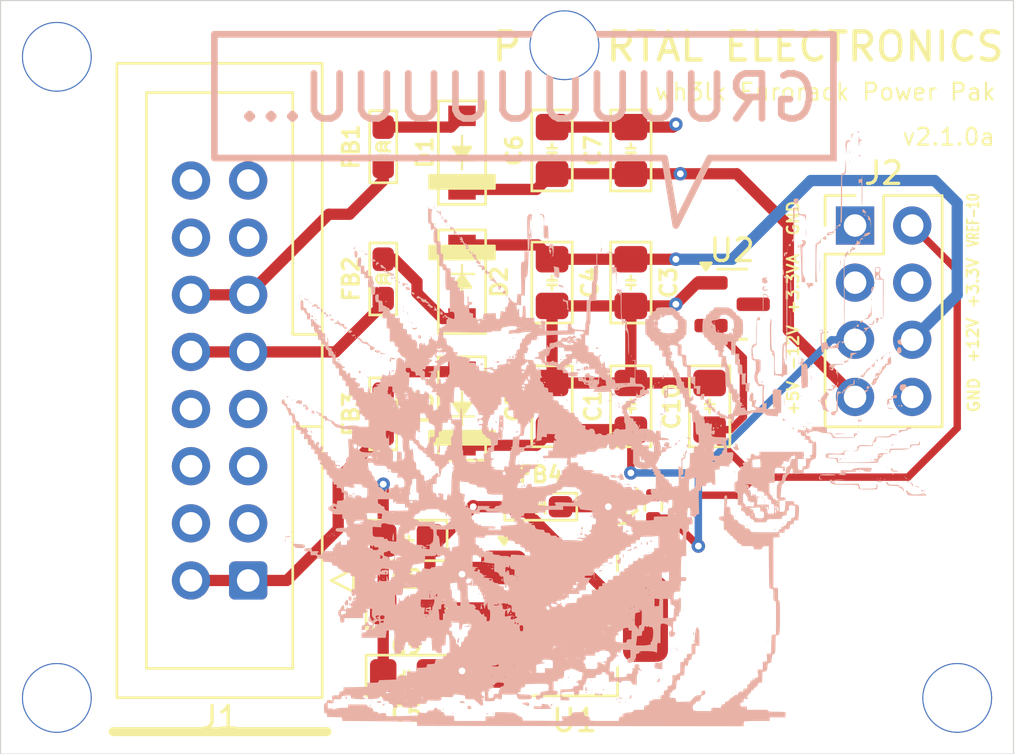
<source format=kicad_pcb>
(kicad_pcb (version 20240108) (generator "pcbnew") (generator_version "8.0")
  (title_block (title "wh3lk Eurorack Power Pak") (date "2024-09-09") (rev "v2.1.0a") (company "PORTAL ELECTRONICS"))
  (layers (0 "F.Cu" signal) (1 "In1.Cu" signal) (2 "In2.Cu" signal) (31 "B.Cu" signal) (34 "B.Paste" user) (35 "F.Paste" user) (36 "B.SilkS" user "B.Silkscreen") (37 "F.SilkS" user "F.Silkscreen") (38 "B.Mask" user) (39 "F.Mask" user) (44 "Edge.Cuts" user))
  (net 0 "")
  (net 1 "GND")
  (net 2 "-12V")
  (net 3 "+12V")
  (net 4 "+5V")
  (net 5 "+3.3V")
  (net 6 "VREF-10")
  (net 7 "Net-(D1-A)")
  (net 8 "Net-(D2-A)")
  (net 9 "Net-(D3-A)")
  (net 10 "RACK+5V")
  (net 11 "RACK+12V")
  (net 12 "RACK-12V")
  (net 13 "+3.3VA")
  (footprint "winterbloom:L_0603_HandSolder" (layer "F.Cu") (at 77 81)
    (property "Reference" "FB4" (at 0 -1.43 0) (layer "F.SilkS") (effects (font (size 0.7 0.7))))
    (property "Value" "600R@100MHz")
    (pad "1" smd roundrect (at -0.875 0) (size 1.05 0.95) (layers "F.Cu" "F.Paste" "F.Mask") (net 5 "+3.3V"))
    (pad "2" smd roundrect (at 0.875 0) (size 1.05 0.95) (layers "F.Cu" "F.Paste" "F.Mask") (net 13 "+3.3VA"))
  )
  (footprint "winterbloom:C_0805_HandSolder" (layer "F.Cu") (at 81 76.5375 90)
    (property "Reference" "C1" (at 0 -1.68 -90) (layer "F.SilkS") (effects (font (size 0.7 0.7))))
    (property "Value" "22uF")
    (pad "1" smd roundrect (at -1.0375 0 90) (size 1.175 1.45) (layers "F.Cu" "F.Paste" "F.Mask") (roundrect_rratio 0.212766) (net 2 "-12V"))
    (pad "2" smd roundrect (at 1.0375 0 90) (size 1.175 1.45) (layers "F.Cu" "F.Paste" "F.Mask") (roundrect_rratio 0.212766) (net 1 "GND"))
  )
  (footprint "Connector_IDC:IDC-Header_2x08_P2.54mm_Vertical" (layer "F.Cu") (at 64 84.28 180)
    (property "Reference" "J1" (at 1.27 -6.1 180) (layer "F.SilkS"))
    (property "Value" "Eurorack_Power")
    (pad "1" thru_hole roundrect (at 0 0 180) (size 1.7 1.7) (drill 1) (layers "*.Cu" "*.Mask") (roundrect_rratio 0.147059) (net 12 "RACK-12V"))
    (pad "2" thru_hole circle (at 2.54 0 180) (size 1.7 1.7) (drill 1) (layers "*.Cu" "*.Mask") (net 12 "RACK-12V"))
    (pad "3" thru_hole circle (at 0 2.54 180) (size 1.7 1.7) (drill 1) (layers "*.Cu" "*.Mask") (net 1 "GND"))
    (pad "4" thru_hole circle (at 2.54 2.54 180) (size 1.7 1.7) (drill 1) (layers "*.Cu" "*.Mask") (net 1 "GND"))
    (pad "5" thru_hole circle (at 0 5.08 180) (size 1.7 1.7) (drill 1) (layers "*.Cu" "*.Mask") (net 1 "GND"))
    (pad "6" thru_hole circle (at 2.54 5.08 180) (size 1.7 1.7) (drill 1) (layers "*.Cu" "*.Mask") (net 1 "GND"))
    (pad "7" thru_hole circle (at 0 7.62 180) (size 1.7 1.7) (drill 1) (layers "*.Cu" "*.Mask") (net 1 "GND"))
    (pad "8" thru_hole circle (at 2.54 7.62 180) (size 1.7 1.7) (drill 1) (layers "*.Cu" "*.Mask") (net 1 "GND"))
    (pad "9" thru_hole circle (at 0 10.16 180) (size 1.7 1.7) (drill 1) (layers "*.Cu" "*.Mask") (net 11 "RACK+12V"))
    (pad "10" thru_hole circle (at 2.54 10.16 180) (size 1.7 1.7) (drill 1) (layers "*.Cu" "*.Mask") (net 11 "RACK+12V"))
    (pad "11" thru_hole circle (at 0 12.7 180) (size 1.7 1.7) (drill 1) (layers "*.Cu" "*.Mask") (net 10 "RACK+5V"))
    (pad "12" thru_hole circle (at 2.54 12.7 180) (size 1.7 1.7) (drill 1) (layers "*.Cu" "*.Mask") (net 10 "RACK+5V"))
    (pad "13" thru_hole circle (at 0 15.24 180) (size 1.7 1.7) (drill 1) (layers "*.Cu" "*.Mask"))
    (pad "14" thru_hole circle (at 2.54 15.24 180) (size 1.7 1.7) (drill 1) (layers "*.Cu" "*.Mask"))
    (pad "15" thru_hole circle (at 0 17.78 180) (size 1.7 1.7) (drill 1) (layers "*.Cu" "*.Mask"))
    (pad "16" thru_hole circle (at 2.54 17.78 180) (size 1.7 1.7) (drill 1) (layers "*.Cu" "*.Mask"))
  )
  (footprint "winterbloom:D_SOD-123" (layer "F.Cu") (at 73.5 76.635 90)
    (property "Reference" "D3" (at 0.01 -1.65 -90) (layer "F.SilkS") (effects (font (size 0.7 0.7))))
    (property "Value" "30V")
    (pad "1" smd rect (at -1.635 0 90) (size 0.91 1.22) (layers "F.Cu" "F.Paste" "F.Mask") (net 2 "-12V"))
    (pad "2" smd rect (at 1.635 0 90) (size 0.91 1.22) (layers "F.Cu" "F.Paste" "F.Mask") (net 9 "Net-(D3-A)"))
  )
  (footprint "winterbloom:C_0805_HandSolder" (layer "F.Cu") (at 84.5 76.5375 90)
    (property "Reference" "C10" (at 0 -1.68 -90) (layer "F.SilkS") (effects (font (size 0.7 0.7))))
    (property "Value" "22uF")
    (pad "1" smd roundrect (at -1.0375 0 90) (size 1.175 1.45) (layers "F.Cu" "F.Paste" "F.Mask") (roundrect_rratio 0.212766) (net 6 "VREF-10"))
    (pad "2" smd roundrect (at 1.0375 0 90) (size 1.175 1.45) (layers "F.Cu" "F.Paste" "F.Mask") (roundrect_rratio 0.212766) (net 1 "GND"))
  )
  (footprint "winterbloom:C_0805_HandSolder" (layer "F.Cu") (at 77.5 71.0375 -90)
    (property "Reference" "C4" (at 0 -1.68 90) (layer "F.SilkS") (effects (font (size 0.7 0.7))))
    (property "Value" "22uF")
    (pad "1" smd roundrect (at -1.0375 0 270) (size 1.175 1.45) (layers "F.Cu" "F.Paste" "F.Mask") (roundrect_rratio 0.212766) (net 3 "+12V"))
    (pad "2" smd roundrect (at 1.0375 0 270) (size 1.175 1.45) (layers "F.Cu" "F.Paste" "F.Mask") (roundrect_rratio 0.212766) (net 1 "GND"))
  )
  (footprint "winterbloom:C_0805_HandSolder" (layer "F.Cu") (at 71.0375 85.5 180)
    (property "Reference" "C9" (at 0 -1.68 180) (layer "F.SilkS") (effects (font (size 0.7 0.7))))
    (property "Value" "22uF")
    (pad "1" smd roundrect (at -1.0375 0 180) (size 1.175 1.45) (layers "F.Cu" "F.Paste" "F.Mask") (roundrect_rratio 0.212766) (net 5 "+3.3V"))
    (pad "2" smd roundrect (at 1.0375 0 180) (size 1.175 1.45) (layers "F.Cu" "F.Paste" "F.Mask") (roundrect_rratio 0.212766) (net 1 "GND"))
  )
  (footprint "winterbloom:L_0603_HandSolder" (layer "F.Cu") (at 70 65 90)
    (property "Reference" "FB1" (at 0 -1.43 -90) (layer "F.SilkS") (effects (font (size 0.7 0.7))))
    (property "Value" "600R@100MHz")
    (pad "1" smd roundrect (at -0.875 0 90) (size 1.05 0.95) (layers "F.Cu" "F.Paste" "F.Mask") (net 10 "RACK+5V"))
    (pad "2" smd roundrect (at 0.875 0 90) (size 1.05 0.95) (layers "F.Cu" "F.Paste" "F.Mask") (net 7 "Net-(D1-A)"))
  )
  (footprint "winterbloom:D_SOD-123" (layer "F.Cu") (at 73.5 65.26 90)
    (property "Reference" "D1" (at 0.01 -1.65 -90) (layer "F.SilkS") (effects (font (size 0.7 0.7))))
    (property "Value" "30V")
    (pad "1" smd rect (at -1.635 0 90) (size 0.91 1.22) (layers "F.Cu" "F.Paste" "F.Mask") (net 4 "+5V"))
    (pad "2" smd rect (at 1.635 0 90) (size 0.91 1.22) (layers "F.Cu" "F.Paste" "F.Mask") (net 7 "Net-(D1-A)"))
  )
  (footprint "winterbloom:C_0805_HandSolder" (layer "F.Cu") (at 77.5 76.5375 90)
    (property "Reference" "C2" (at 0 -1.68 -90) (layer "F.SilkS") (effects (font (size 0.7 0.7))))
    (property "Value" "22uF")
    (pad "1" smd roundrect (at -1.0375 0 90) (size 1.175 1.45) (layers "F.Cu" "F.Paste" "F.Mask") (roundrect_rratio 0.212766) (net 2 "-12V"))
    (pad "2" smd roundrect (at 1.0375 0 90) (size 1.175 1.45) (layers "F.Cu" "F.Paste" "F.Mask") (roundrect_rratio 0.212766) (net 1 "GND"))
  )
  (footprint "winterbloom:L_0603_HandSolder" (layer "F.Cu") (at 70 70.875 90)
    (property "Reference" "FB2" (at 0 -1.43 -90) (layer "F.SilkS") (effects (font (size 0.7 0.7))))
    (property "Value" "600R@100MHz")
    (pad "1" smd roundrect (at -0.875 0 90) (size 1.05 0.95) (layers "F.Cu" "F.Paste" "F.Mask") (net 11 "RACK+12V"))
    (pad "2" smd roundrect (at 0.875 0 90) (size 1.05 0.95) (layers "F.Cu" "F.Paste" "F.Mask") (net 8 "Net-(D2-A)"))
  )
  (footprint "Connector_PinHeader_2.54mm:PinHeader_2x04_P2.54mm_Vertical" (layer "F.Cu") (at 90.96 68.5)
    (property "Reference" "J2" (at 1.27 -2.33 0) (layer "F.SilkS"))
    (property "Value" "Conn_01x08_Pin")
    (pad "1" thru_hole rect (at 0 0) (size 1.7 1.7) (drill 1) (layers "*.Cu" "*.Mask") (net 1 "GND"))
    (pad "2" thru_hole oval (at 2.54 0) (size 1.7 1.7) (drill 1) (layers "*.Cu" "*.Mask") (net 6 "VREF-10"))
    (pad "3" thru_hole oval (at 0 2.54) (size 1.7 1.7) (drill 1) (layers "*.Cu" "*.Mask") (net 13 "+3.3VA"))
    (pad "4" thru_hole oval (at 2.54 2.54) (size 1.7 1.7) (drill 1) (layers "*.Cu" "*.Mask") (net 5 "+3.3V"))
    (pad "5" thru_hole oval (at 0 5.08) (size 1.7 1.7) (drill 1) (layers "*.Cu" "*.Mask") (net 2 "-12V"))
    (pad "6" thru_hole oval (at 2.54 5.08) (size 1.7 1.7) (drill 1) (layers "*.Cu" "*.Mask") (net 3 "+12V"))
    (pad "7" thru_hole oval (at 0 7.62) (size 1.7 1.7) (drill 1) (layers "*.Cu" "*.Mask") (net 4 "+5V"))
    (pad "8" thru_hole oval (at 2.54 7.62) (size 1.7 1.7) (drill 1) (layers "*.Cu" "*.Mask") (net 1 "GND"))
  )
  (footprint "Package_TO_SOT_SMD:SOT-23" (layer "F.Cu") (at 85.5 72)
    (property "Reference" "U2" (at 0 -2.4 0) (layer "F.SilkS"))
    (property "Value" "LM4040DBZ-10")
    (pad "1" smd roundrect (at -0.9375 -0.95) (size 1.475 0.6) (layers "F.Cu" "F.Paste" "F.Mask") (net 1 "GND"))
    (pad "2" smd roundrect (at -0.9375 0.95) (size 1.475 0.6) (layers "F.Cu" "F.Paste" "F.Mask") (net 6 "VREF-10"))
    (pad "3" smd roundrect (at 0.9375 0) (size 1.475 0.6) (layers "F.Cu" "F.Paste" "F.Mask"))
  )
  (footprint "winterbloom:D_SOD-123" (layer "F.Cu") (at 73.5 71 -90)
    (property "Reference" "D2" (at 0.01 -1.65 90) (layer "F.SilkS") (effects (font (size 0.7 0.7))))
    (property "Value" "30V")
    (pad "1" smd rect (at -1.635 0 270) (size 0.91 1.22) (layers "F.Cu" "F.Paste" "F.Mask") (net 3 "+12V"))
    (pad "2" smd rect (at 1.635 0 270) (size 0.91 1.22) (layers "F.Cu" "F.Paste" "F.Mask") (net 8 "Net-(D2-A)"))
  )
  (footprint "winterbloom:C_0805_HandSolder" (layer "F.Cu") (at 71.0375 82.5 180)
    (property "Reference" "C8" (at 0 -1.68 180) (layer "F.SilkS") (effects (font (size 0.7 0.7))))
    (property "Value" "10uF")
    (pad "1" smd roundrect (at -1.0375 0 180) (size 1.175 1.45) (layers "F.Cu" "F.Paste" "F.Mask") (roundrect_rratio 0.212766) (net 5 "+3.3V"))
    (pad "2" smd roundrect (at 1.0375 0 180) (size 1.175 1.45) (layers "F.Cu" "F.Paste" "F.Mask") (roundrect_rratio 0.212766) (net 1 "GND"))
  )
  (footprint "Resistor_SMD:R_0402_1005Metric" (layer "F.Cu") (at 82 81 90)
    (property "Reference" "R1" (at 0 -1.17 90) (layer "F.SilkS"))
    (property "Value" "2k2Ω")
    (pad "1" smd roundrect (at -0.51 0 90) (size 0.54 0.64) (layers "F.Cu" "F.Paste" "F.Mask") (net 2 "-12V"))
    (pad "2" smd roundrect (at 0.51 0 90) (size 0.54 0.64) (layers "F.Cu" "F.Paste" "F.Mask") (net 6 "VREF-10"))
  )
  (footprint "winterbloom:C_0805_HandSolder" (layer "F.Cu") (at 81 65.1625 90)
    (property "Reference" "C7" (at 0 -1.68 -90) (layer "F.SilkS") (effects (font (size 0.7 0.7))))
    (property "Value" "22uF")
    (pad "1" smd roundrect (at -1.0375 0 90) (size 1.175 1.45) (layers "F.Cu" "F.Paste" "F.Mask") (roundrect_rratio 0.212766) (net 4 "+5V"))
    (pad "2" smd roundrect (at 1.0375 0 90) (size 1.175 1.45) (layers "F.Cu" "F.Paste" "F.Mask") (roundrect_rratio 0.212766) (net 1 "GND"))
  )
  (footprint "winterbloom:L_0603_HandSolder" (layer "F.Cu") (at 70 76.875 90)
    (property "Reference" "FB3" (at 0 -1.43 -90) (layer "F.SilkS") (effects (font (size 0.7 0.7))))
    (property "Value" "600R@100MHz")
    (pad "1" smd roundrect (at -0.875 0 90) (size 1.05 0.95) (layers "F.Cu" "F.Paste" "F.Mask") (net 12 "RACK-12V"))
    (pad "2" smd roundrect (at 0.875 0 90) (size 1.05 0.95) (layers "F.Cu" "F.Paste" "F.Mask") (net 9 "Net-(D3-A)"))
  )
  (footprint "winterbloom:C_0805_HandSolder" (layer "F.Cu") (at 81 71.0375 -90)
    (property "Reference" "C3" (at 0 -1.68 90) (layer "F.SilkS") (effects (font (size 0.7 0.7))))
    (property "Value" "22uF")
    (pad "1" smd roundrect (at -1.0375 0 270) (size 1.175 1.45) (layers "F.Cu" "F.Paste" "F.Mask") (roundrect_rratio 0.212766) (net 3 "+12V"))
    (pad "2" smd roundrect (at 1.0375 0 270) (size 1.175 1.45) (layers "F.Cu" "F.Paste" "F.Mask") (roundrect_rratio 0.212766) (net 1 "GND"))
  )
  (footprint "Package_TO_SOT_SMD:SOT-223-3_TabPin2" (layer "F.Cu") (at 78.5 86)
    (property "Reference" "U1" (at 0 4.5 0) (layer "F.SilkS"))
    (property "Value" "LD1117S33TR_SOT223")
    (pad "1" smd roundrect (at -3.15 -2.3) (size 2 1.5) (layers "F.Cu" "F.Paste" "F.Mask") (net 1 "GND"))
    (pad "2" smd roundrect (at -3.15 0) (size 2 1.5) (layers "F.Cu" "F.Paste" "F.Mask") (net 5 "+3.3V"))
    (pad "2" smd roundrect (at 3.15 0) (size 2 3.8) (layers "F.Cu" "F.Paste" "F.Mask") (net 5 "+3.3V"))
    (pad "3" smd roundrect (at -3.15 2.3) (size 2 1.5) (layers "F.Cu" "F.Paste" "F.Mask") (net 4 "+5V"))
  )
  (footprint "winterbloom:C_0805_HandSolder" (layer "F.Cu") (at 71.0375 88.5 180)
    (property "Reference" "C5" (at 0 -1.68 180) (layer "F.SilkS") (effects (font (size 0.7 0.7))))
    (property "Value" "22uF")
    (pad "1" smd roundrect (at -1.0375 0 180) (size 1.175 1.45) (layers "F.Cu" "F.Paste" "F.Mask") (roundrect_rratio 0.212766) (net 4 "+5V"))
    (pad "2" smd roundrect (at 1.0375 0 180) (size 1.175 1.45) (layers "F.Cu" "F.Paste" "F.Mask") (roundrect_rratio 0.212766) (net 1 "GND"))
  )
  (footprint "winterbloom:C_0805_HandSolder" (layer "F.Cu") (at 77.5 65.1625 90)
    (property "Reference" "C6" (at 0 -1.68 -90) (layer "F.SilkS") (effects (font (size 0.7 0.7))))
    (property "Value" "22uF")
    (pad "1" smd roundrect (at -1.0375 0 90) (size 1.175 1.45) (layers "F.Cu" "F.Paste" "F.Mask") (roundrect_rratio 0.212766) (net 4 "+5V"))
    (pad "2" smd roundrect (at 1.0375 0 90) (size 1.175 1.45) (layers "F.Cu" "F.Paste" "F.Mask") (roundrect_rratio 0.212766) (net 1 "GND"))
  )
  (footprint "LOGO" (layer "B.Cu") (at 80 78.5 180)
    (property "Reference" "G***" (at 0 0 180) (layer "B.SilkS") (effects (font (size 1.5 1.5) (thickness 0.3)) (justify mirror)))
    (property "Value" "LOGO" (hide yes))
  )
  (gr_poly (pts (xy 82.5 65.5) (xy 83 68.5) (xy 84.5 65.5) (xy 90 65.5) (xy 90 60) (xy 62.5 60) (xy 62.5 65.5)) (stroke (width 0.3)) (fill none) (layer "B.SilkS"))
  (gr_line (start 58 91) (end 67.5 91) (stroke (width 0.4)) (layer "F.SilkS"))
  (gr_rect (start 53 58.5) (end 98 92) (stroke (width 0.05)) (fill none) (layer "Edge.Cuts"))
  (gr_text "GRUUUUUUUUU..." (at 89.5 64 0) (layer "B.SilkS") (effects (font (size 2 2) (thickness 0.3)) (justify left bottom mirror)))
  (gr_text "${REVISION}" (at 93 65 0) (layer "F.SilkS") (effects (font (size 0.75 0.75) (thickness 0.1)) (justify left bottom)))
  (gr_text "+12V" (at 96.489812 74.67204 90) (layer "F.SilkS") (effects (font (size 0.5 0.5) (thickness 0.1)) (justify left bottom)))
  (gr_text "-12V" (at 88.5 75 90) (layer "F.SilkS") (effects (font (size 0.5 0.5) (thickness 0.1)) (justify left bottom)))
  (gr_text "P    RTAL ELECTRONICS" (at 74.740704 61.285196 0) (layer "F.SilkS") (effects (font (size 1.25 1.25) (thickness 0.2) (bold yes)) (justify left bottom)))
  (gr_text "VREF-10" (at 96.5 69.5 90) (layer "F.SilkS") (effects (font (size 0.5 0.35) (thickness 0.0875)) (justify left bottom)))
  (gr_text "+3.3V" (at 96.489812 72.242779 90) (layer "F.SilkS") (effects (font (size 0.5 0.5) (thickness 0.1)) (justify left bottom)))
  (gr_text "+5V" (at 88.5 77 90) (layer "F.SilkS") (effects (font (size 0.5 0.5) (thickness 0.1)) (justify left bottom)))
  (gr_text "+3.3VA" (at 88.5 72.5 90) (layer "F.SilkS") (effects (font (size 0.5 0.5) (thickness 0.1)) (justify left bottom)))
  (gr_text "GND" (at 96.52589 76.860781 90) (layer "F.SilkS") (effects (font (size 0.5 0.5) (thickness 0.1)) (justify left bottom)))
  (gr_text "wh3lk Eurorack Power Pak" (at 82 63 0) (layer "F.SilkS") (effects (font (size 0.75 0.75) (thickness 0.1)) (justify left bottom)))
  (gr_text "GND" (at 88.5 69 90) (layer "F.SilkS") (effects (font (size 0.5 0.5) (thickness 0.1)) (justify left bottom)))
  (via (at 78.049264 60.486578) (size 3.1) (drill 3) (layers "F.Cu" "B.Cu") (net 0))
  (via (at 55.5 61) (size 3.1) (drill 3) (layers "F.Cu" "B.Cu") (net 0))
  (via (at 55.5 89.5) (size 3.1) (drill 3) (layers "F.Cu" "B.Cu") (net 0))
  (via (at 95.5 89.5) (size 3.1) (drill 3) (layers "F.Cu" "B.Cu") (net 0))
  (segment (start 83.95 71.05) (end 83 72) (width 0.5) (layer "F.Cu") (net 1))
  (segment (start 77.5 72.075) (end 81 72.075) (width 0.5) (layer "F.Cu") (net 1))
  (segment (start 84.5 75.5) (end 81 75.5) (width 0.5) (layer "F.Cu") (net 1))
  (segment (start 75.35 83.7) (end 73.8 83.7) (width 0.5) (layer "F.Cu") (net 1))
  (segment (start 73.8 83.7) (end 73.5 84) (width 0.5) (layer "F.Cu") (net 1))
  (segment (start 69.74 82.74) (end 70 83) (width 0.5) (layer "F.Cu") (net 1))
  (segment (start 77.5 64.125) (end 81 64.125) (width 0.5) (layer "F.Cu") (net 1))
  (segment (start 81 64.125) (end 82.875 64.125) (width 0.5) (layer "F.Cu") (net 1))
  (segment (start 77.5 72.075) (end 77.5 75.5) (width 0.5) (layer "F.Cu") (net 1))
  (segment (start 81 72.075) (end 81 75.5) (width 0.5) (layer "F.Cu") (net 1))
  (segment (start 81 72.075) (end 82.925 72.075) (width 0.5) (layer "F.Cu") (net 1))
  (segment (start 70 88) (end 70 85.5) (width 0.5) (layer "F.Cu") (net 1))
  (segment (start 84.5625 71.05) (end 83.95 71.05) (width 0.5) (layer "F.Cu") (net 1))
  (segment (start 70 85.5) (end 70 83) (width 0.5) (layer "F.Cu") (net 1))
  (segment (start 70 83) (end 70 80) (width 0.5) (layer "F.Cu") (net 1))
  (segment (start 82.875 64.125) (end 83 64) (width 0.5) (layer "F.Cu") (net 1))
  (segment (start 77.5 75.5) (end 81 75.5) (width 0.5) (layer "F.Cu") (net 1))
  (segment (start 82.925 72.075) (end 83 72) (width 0.5) (layer "F.Cu") (net 1))
  (via (at 83 64) (size 0.6) (drill 0.3) (layers "F.Cu" "B.Cu") (net 1))
  (via (at 73.5 84) (size 0.6) (drill 0.3) (layers "F.Cu" "B.Cu") (net 1))
  (via (at 70 80) (size 0.6) (drill 0.3) (layers "F.Cu" "B.Cu") (net 1))
  (via (at 83 72) (size 0.6) (drill 0.3) (layers "F.Cu" "B.Cu") (net 1))
  (segment (start 77.5 77.575) (end 81 77.575) (width 0.5) (layer "F.Cu") (net 2))
  (segment (start 81 77.575) (end 81 79.5) (width 0.33) (layer "F.Cu") (net 2))
  (segment (start 82.76 81.51) (end 84 82.75) (width 0.33) (layer "F.Cu") (net 2))
  (segment (start 73.5 78.27) (end 76.805 78.27) (width 0.5) (layer "F.Cu") (net 2))
  (segment (start 76.805 78.27) (end 77.5 77.575) (width 0.5) (layer "F.Cu") (net 2))
  (segment (start 82 81.51) (end 82.76 81.51) (width 0.33) (layer "F.Cu") (net 2))
  (via (at 84 82.75) (size 0.6) (drill 0.3) (layers "F.Cu" "B.Cu") (net 2))
  (via (at 81 79.5) (size 0.6) (drill 0.3) (layers "F.Cu" "B.Cu") (net 2))
  (segment (start 84 82.75) (end 84 79.5) (width 0.33) (layer "B.Cu") (net 2))
  (segment (start 81 79.5) (end 84 79.5) (width 0.33) (layer "B.Cu") (net 2))
  (segment (start 89.92 73.58) (end 90.96 73.58) (width 0.33) (layer "B.Cu") (net 2))
  (segment (start 84 79.5) (end 89.92 73.58) (width 0.33) (layer "B.Cu") (net 2))
  (segment (start 81 70) (end 83 70) (width 0.5) (layer "F.Cu") (net 3))
  (segment (start 76.865 69.365) (end 77.5 70) (width 0.5) (layer "F.Cu") (net 3))
  (segment (start 77.5 70) (end 81 70) (width 0.5) (layer "F.Cu") (net 3))
  (segment (start 73.5 69.365) (end 76.865 69.365) (width 0.5) (layer "F.Cu") (net 3))
  (via (at 83 70) (size 0.6) (drill 0.3) (layers "F.Cu" "B.Cu") (remove_unused_layers yes) (net 3))
  (segment (start 95.5 67.5) (end 94.5 66.5) (width 0.5) (layer "B.Cu") (net 3))
  (segment (start 85.5 70) (end 83 70) (width 0.5) (layer "B.Cu") (net 3))
  (segment (start 93.5 73.58) (end 95.5 71.58) (width 0.5) (layer "B.Cu") (net 3))
  (segment (start 94.5 66.5) (end 89 66.5) (width 0.5) (layer "B.Cu") (net 3))
  (segment (start 89 66.5) (end 85.5 70) (width 0.5) (layer "B.Cu") (net 3))
  (segment (start 95.5 71.58) (end 95.5 67.5) (width 0.5) (layer "B.Cu") (net 3))
  (segment (start 83.2 66.2) (end 85.7 66.2) (width 0.5) (layer "F.Cu") (net 4))
  (segment (start 72.275 88.3) (end 72.075 88.5) (width 0.2) (layer "F.Cu") (net 4))
  (segment (start 83.2 66.2) (end 81 66.2) (width 0.5) (layer "F.Cu") (net 4))
  (segment (start 77.5 66.2) (end 81 66.2) (width 0.5) (layer "F.Cu") (net 4))
  (segment (start 73.5 88.3) (end 75.35 88.3) (width 0.5) (layer "F.Cu") (net 4))
  (segment (start 88 68.5) (end 88 73.16) (width 0.5) (layer "F.Cu") (net 4))
  (segment (start 76.805 66.895) (end 77.5 66.2) (width 0.5) (layer "F.Cu") (net 4))
  (segment (start 85.7 66.2) (end 88 68.5) (width 0.5) (layer "F.Cu") (net 4))
  (segment (start 88 73.16) (end 90.96 76.12) (width 0.5) (layer "F.Cu") (net 4))
  (segment (start 73.5 88.3) (end 72.275 88.3) (width 0.5) (layer "F.Cu") (net 4))
  (segment (start 73.5 66.895) (end 76.805 66.895) (width 0.5) (layer "F.Cu") (net 4))
  (segment (start 75.15 88.5) (end 75.35 88.3) (width 0.5) (layer "F.Cu") (net 4))
  (via (at 83.2 66.2) (size 0.6) (drill 0.3) (layers "F.Cu" "B.Cu") (net 4))
  (via (at 73.5 88.3) (size 0.6) (drill 0.3) (layers "F.Cu" "B.Cu") (net 4))
  (segment (start 72.075 85.5) (end 75.775 85.5) (width 0.5) (layer "F.Cu") (net 5))
  (segment (start 72.5 82.5) (end 74 81) (width 0.5) (layer "F.Cu") (net 5))
  (segment (start 72.075 83) (end 72.075 85.5) (width 0.5) (layer "F.Cu") (net 5))
  (segment (start 81.65 86) (end 81.125 86) (width 0.2) (layer "F.Cu") (net 5))
  (segment (start 74 81) (end 76.125 81) (width 0.5) (layer "F.Cu") (net 5))
  (segment (start 81.125 86) (end 76.125 81) (width 0.5) (layer "F.Cu") (net 5))
  (segment (start 72.075 82.5) (end 72.5 82.5) (width 0.5) (layer "F.Cu") (net 5))
  (via (at 74 81) (size 0.6) (drill 0.3) (layers "F.Cu" "B.Cu") (remove_unused_layers yes) (net 5))
  (segment (start 86 77) (end 86 74.5) (width 0.33) (layer "F.Cu") (net 6))
  (segment (start 95.5 70.5) (end 95.5 77.5) (width 0.33) (layer "F.Cu") (net 6))
  (segment (start 84.5 77.575) (end 85.425 77.575) (width 0.33) (layer "F.Cu") (net 6))
  (segment (start 86 74.5) (end 86 74.3875) (width 0.2) (layer "F.Cu") (net 6))
  (segment (start 85.425 77.575) (end 86 77) (width 0.33) (layer "F.Cu") (net 6))
  (segment (start 95.5 77.5) (end 93.3125 79.6875) (width 0.33) (layer "F.Cu") (net 6))
  (segment (start 84.5 77.6875) (end 86.5 79.6875) (width 0.33) (layer "F.Cu") (net 6))
  (segment (start 93.3125 79.6875) (end 86.5 79.6875) (width 0.33) (layer "F.Cu") (net 6))
  (segment (start 86 74.3875) (end 84.5625 72.95) (width 0.33) (layer "F.Cu") (net 6))
  (segment (start 85.6975 80.49) (end 86.5 79.6875) (width 0.33) (layer "F.Cu") (net 6))
  (segment (start 84.5 77.575) (end 84.5 77.6875) (width 0.33) (layer "F.Cu") (net 6))
  (segment (start 82 80.49) (end 85.6975 80.49) (width 0.33) (layer "F.Cu") (net 6))
  (segment (start 93.5 68.5) (end 95.5 70.5) (width 0.33) (layer "F.Cu") (net 6))
  (segment (start 70 64.125) (end 73 64.125) (width 0.5) (layer "F.Cu") (net 7))
  (segment (start 73 64.125) (end 73.5 63.625) (width 0.5) (layer "F.Cu") (net 7))
  (segment (start 71.5 71.5) (end 72.635 72.635) (width 0.5) (layer "F.Cu") (net 8))
  (segment (start 72.635 72.635) (end 73.5 72.635) (width 0.5) (layer "F.Cu") (net 8))
  (segment (start 71.5 71) (end 71.5 71.5) (width 0.5) (layer "F.Cu") (net 8))
  (segment (start 70.5 70) (end 71.5 71) (width 0.5) (layer "F.Cu") (net 8))
  (segment (start 70 70) (end 70.5 70) (width 0.5) (layer "F.Cu") (net 8))
  (segment (start 71 75) (end 70 76) (width 0.5) (layer "F.Cu") (net 9))
  (segment (start 73.5 75) (end 71 75) (width 0.5) (layer "F.Cu") (net 9))
  (segment (start 61.46 71.58) (end 64 71.58) (width 0.5) (layer "F.Cu") (net 10))
  (segment (start 68.5 68) (end 70 66.5) (width 0.5) (layer "F.Cu") (net 10))
  (segment (start 67.58 68) (end 68.5 68) (width 0.5) (layer "F.Cu") (net 10))
  (segment (start 64 71.58) (end 67.58 68) (width 0.5) (layer "F.Cu") (net 10))
  (segment (start 70 66.5) (end 70 65.875) (width 0.5) (layer "F.Cu") (net 10))
  (segment (start 67.88 74.12) (end 70 72) (width 0.5) (layer "F.Cu") (net 11))
  (segment (start 64 74.12) (end 67.88 74.12) (width 0.5) (layer "F.Cu") (net 11))
  (segment (start 70 72) (end 70 71.75) (width 0.5) (layer "F.Cu") (net 11))
  (segment (start 61.46 74.12) (end 64 74.12) (width 0.5) (layer "F.Cu") (net 11))
  (segment (start 68 79.75) (end 70 77.75) (width 0.5) (layer "F.Cu") (net 12))
  (segment (start 68 82) (end 68 79.75) (width 0.5) (layer "F.Cu") (net 12))
  (segment (start 65.72 84.28) (end 68 82) (width 0.5) (layer "F.Cu") (net 12))
  (segment (start 64 84.28) (end 65.72 84.28) (width 0.5) (layer "F.Cu") (net 12))
  (segment (start 61.46 84.28) (end 64 84.28) (width 0.5) (layer "F.Cu") (net 12))
  (segment (start 77.875 81) (end 80 81) (width 0.5) (layer "F.Cu") (net 13))
  (via (at 80 81) (size 0.6) (drill 0.3) (layers "F.Cu" "B.Cu") (remove_unused_layers yes) (net 13))
)
</source>
